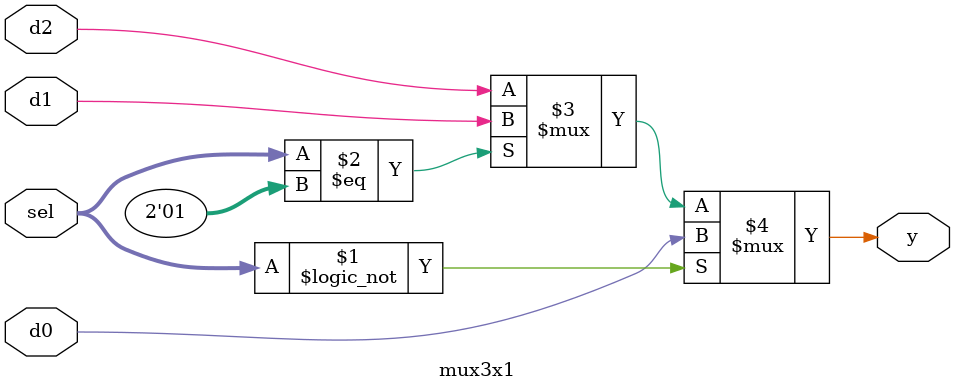
<source format=v>
`timescale 1ns/1ps
module mux3x1 (
    input d0, 
    input d1,
    input d2, 
    input [1:0] sel, 
    output y 
);
    assign y = (sel == 2'b00) ? d0 : (sel == 2'b01) ? d1 : d2;
endmodule


</source>
